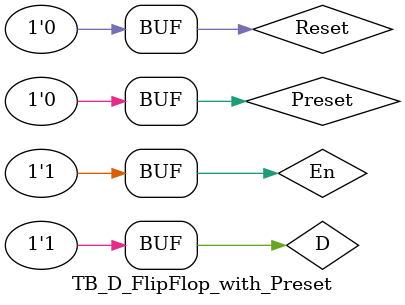
<source format=v>
`timescale 1ns/1ns

module D_FlipFlop_with_Preset(Clk, En, Reset, Preset, D, Q, Qbar);

input Clk, En, Reset, Preset, D;
output reg Q, Qbar;

always @(posedge Clk or posedge En or posedge Reset or posedge Preset) begin
	if(Preset) begin
		Q <= #95 1'b1;
		Qbar <= #95 1'b0;
	end
	else if(Reset) begin
		Q <= #95 1'b0;
		Qbar <= #95 1'b1;
	end
	else if(Clk & En) begin
		Q <= #95 D;
		Qbar <= #95 ~D;
	end
	else begin
		Q <= #95 Q;
		Qbar <= #95 Qbar;
	end
end

/*
input Clk, En, Reset, Preset, D;
output Q, Qbar;

wire NotClk, NotD, U3_Out, U4_Out, U5_Out, U6_Out, U7_Out, U8_Out;

NOT_1bit RESET(.A(Reset), .Out(ResetIn));
NOT_1bit PRESET(.A(Preset), .Out(PresetIn));
NOT_1bit U1(.A(D), .Out(NotD));
NOT_1bit U2(.A(Clk), .Out(NotClk));

NAND3_1bit U3(.A(ResetIn), .B(D), .C(Clk), .Out(U3_Out));
NAND3_1bit U4(.A(PresetIn), .B(NotD), .C(Clk), .Out(U4_Out));
NAND3_1bit U5(.A(PresetIn), .B(U3_Out), .C(U6_Out), .Out(U5_Out));
NAND3_1bit U6(.A(ResetIn), .B(U4_Out), .C(U5_Out), .Out(U6_Out));

NAND2_1bit U7(.A(U5_Out), .B(NotClk), .Out(U7_Out));
NAND2_1bit U8(.A(U6_Out), .B(NotClk), .Out(U8_Out));
NAND3_1bit U9(.A(PresetIn), .B(U7_Out), .C(Qbar), .Out(Q));
NAND3_1bit U10(.A(ResetIn), .B(U8_Out), .C(Q), .Out(Qbar));
*/
endmodule

 

module TB_D_FlipFlop_with_Preset();

reg En, Reset, Preset, D;
wire Clk, Q, Qbar;

Clock_100 CLOCK(.Clk(Clk));
D_FlipFlop_Preset DFF(.Clk(Clk), .En(En), .Reset(Reset), .Preset(Preset), .D(D), .Q(Q), .Qbar(Qbar));

initial begin
	D = 1'b1;
	Reset = 1'b1; En = 1'b0; Preset = 1'b0;
	#100;
	Reset = 1'b0; En = 1'b1; Preset = 1'b0;
end
endmodule

</source>
